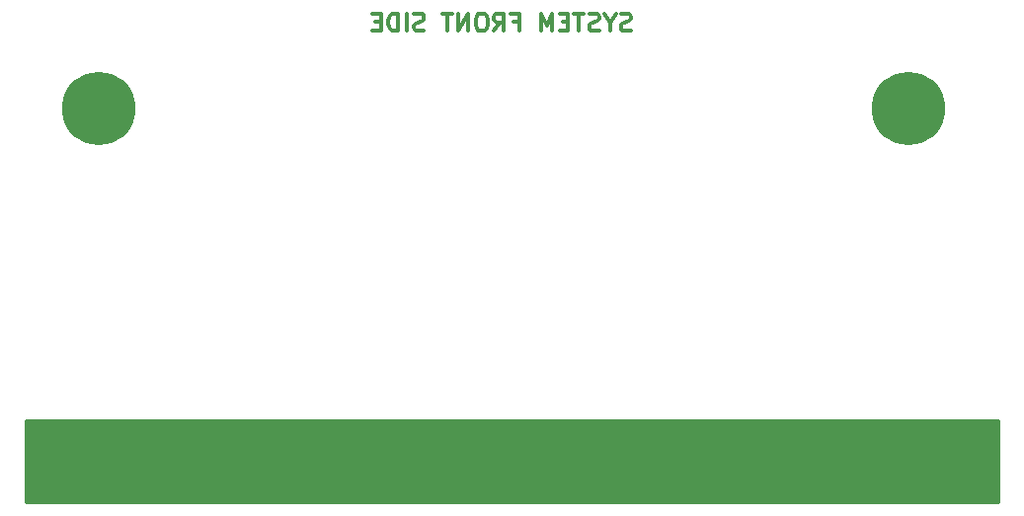
<source format=gbs>
G04 #@! TF.FileFunction,Soldermask,Bot*
%FSLAX46Y46*%
G04 Gerber Fmt 4.6, Leading zero omitted, Abs format (unit mm)*
G04 Created by KiCad (PCBNEW 4.0.7) date 07/02/21 15:20:09*
%MOMM*%
%LPD*%
G01*
G04 APERTURE LIST*
%ADD10C,0.200000*%
%ADD11C,0.300000*%
%ADD12R,1.800000X6.200000*%
%ADD13C,6.300000*%
%ADD14C,0.254000*%
G04 APERTURE END LIST*
D10*
D11*
X51987428Y-4358143D02*
X51773142Y-4429571D01*
X51415999Y-4429571D01*
X51273142Y-4358143D01*
X51201713Y-4286714D01*
X51130285Y-4143857D01*
X51130285Y-4001000D01*
X51201713Y-3858143D01*
X51273142Y-3786714D01*
X51415999Y-3715286D01*
X51701713Y-3643857D01*
X51844571Y-3572429D01*
X51915999Y-3501000D01*
X51987428Y-3358143D01*
X51987428Y-3215286D01*
X51915999Y-3072429D01*
X51844571Y-3001000D01*
X51701713Y-2929571D01*
X51344571Y-2929571D01*
X51130285Y-3001000D01*
X50201714Y-3715286D02*
X50201714Y-4429571D01*
X50701714Y-2929571D02*
X50201714Y-3715286D01*
X49701714Y-2929571D01*
X49273143Y-4358143D02*
X49058857Y-4429571D01*
X48701714Y-4429571D01*
X48558857Y-4358143D01*
X48487428Y-4286714D01*
X48416000Y-4143857D01*
X48416000Y-4001000D01*
X48487428Y-3858143D01*
X48558857Y-3786714D01*
X48701714Y-3715286D01*
X48987428Y-3643857D01*
X49130286Y-3572429D01*
X49201714Y-3501000D01*
X49273143Y-3358143D01*
X49273143Y-3215286D01*
X49201714Y-3072429D01*
X49130286Y-3001000D01*
X48987428Y-2929571D01*
X48630286Y-2929571D01*
X48416000Y-3001000D01*
X47987429Y-2929571D02*
X47130286Y-2929571D01*
X47558857Y-4429571D02*
X47558857Y-2929571D01*
X46630286Y-3643857D02*
X46130286Y-3643857D01*
X45916000Y-4429571D02*
X46630286Y-4429571D01*
X46630286Y-2929571D01*
X45916000Y-2929571D01*
X45273143Y-4429571D02*
X45273143Y-2929571D01*
X44773143Y-4001000D01*
X44273143Y-2929571D01*
X44273143Y-4429571D01*
X41916000Y-3643857D02*
X42416000Y-3643857D01*
X42416000Y-4429571D02*
X42416000Y-2929571D01*
X41701714Y-2929571D01*
X40273143Y-4429571D02*
X40773143Y-3715286D01*
X41130286Y-4429571D02*
X41130286Y-2929571D01*
X40558858Y-2929571D01*
X40416000Y-3001000D01*
X40344572Y-3072429D01*
X40273143Y-3215286D01*
X40273143Y-3429571D01*
X40344572Y-3572429D01*
X40416000Y-3643857D01*
X40558858Y-3715286D01*
X41130286Y-3715286D01*
X39344572Y-2929571D02*
X39058858Y-2929571D01*
X38916000Y-3001000D01*
X38773143Y-3143857D01*
X38701715Y-3429571D01*
X38701715Y-3929571D01*
X38773143Y-4215286D01*
X38916000Y-4358143D01*
X39058858Y-4429571D01*
X39344572Y-4429571D01*
X39487429Y-4358143D01*
X39630286Y-4215286D01*
X39701715Y-3929571D01*
X39701715Y-3429571D01*
X39630286Y-3143857D01*
X39487429Y-3001000D01*
X39344572Y-2929571D01*
X38058857Y-4429571D02*
X38058857Y-2929571D01*
X37201714Y-4429571D01*
X37201714Y-2929571D01*
X36701714Y-2929571D02*
X35844571Y-2929571D01*
X36273142Y-4429571D02*
X36273142Y-2929571D01*
X34273143Y-4358143D02*
X34058857Y-4429571D01*
X33701714Y-4429571D01*
X33558857Y-4358143D01*
X33487428Y-4286714D01*
X33416000Y-4143857D01*
X33416000Y-4001000D01*
X33487428Y-3858143D01*
X33558857Y-3786714D01*
X33701714Y-3715286D01*
X33987428Y-3643857D01*
X34130286Y-3572429D01*
X34201714Y-3501000D01*
X34273143Y-3358143D01*
X34273143Y-3215286D01*
X34201714Y-3072429D01*
X34130286Y-3001000D01*
X33987428Y-2929571D01*
X33630286Y-2929571D01*
X33416000Y-3001000D01*
X32773143Y-4429571D02*
X32773143Y-2929571D01*
X32058857Y-4429571D02*
X32058857Y-2929571D01*
X31701714Y-2929571D01*
X31487429Y-3001000D01*
X31344571Y-3143857D01*
X31273143Y-3286714D01*
X31201714Y-3572429D01*
X31201714Y-3786714D01*
X31273143Y-4072429D01*
X31344571Y-4215286D01*
X31487429Y-4358143D01*
X31701714Y-4429571D01*
X32058857Y-4429571D01*
X30558857Y-3643857D02*
X30058857Y-3643857D01*
X29844571Y-4429571D02*
X30558857Y-4429571D01*
X30558857Y-2929571D01*
X29844571Y-2929571D01*
D12*
X81140000Y-41000000D03*
X78600000Y-41000000D03*
X76060000Y-41000000D03*
X73520000Y-41000000D03*
X70980000Y-41000000D03*
X68440000Y-41000000D03*
X65900000Y-41000000D03*
X63360000Y-41000000D03*
X60820000Y-41000000D03*
X58280000Y-41000000D03*
X55740000Y-41000000D03*
X53200000Y-41000000D03*
X50660000Y-41000000D03*
X48120000Y-41000000D03*
X45580000Y-41000000D03*
X43040000Y-41000000D03*
X40500000Y-41000000D03*
X37960000Y-41000000D03*
X35420000Y-41000000D03*
X32880000Y-41000000D03*
X30340000Y-41000000D03*
X27800000Y-41000000D03*
X25260000Y-41000000D03*
X22720000Y-41000000D03*
X20180000Y-41000000D03*
X17640000Y-41000000D03*
X15100000Y-41000000D03*
X12560000Y-41000000D03*
X10020000Y-41000000D03*
X7480000Y-41000000D03*
X4940000Y-41000000D03*
X2400000Y-41000000D03*
D13*
X6400000Y-11100000D03*
X75800000Y-11100000D03*
D14*
G36*
X83473000Y-44873000D02*
X127000Y-44873000D01*
X127000Y-37827000D01*
X83473000Y-37827000D01*
X83473000Y-44873000D01*
X83473000Y-44873000D01*
G37*
X83473000Y-44873000D02*
X127000Y-44873000D01*
X127000Y-37827000D01*
X83473000Y-37827000D01*
X83473000Y-44873000D01*
M02*

</source>
